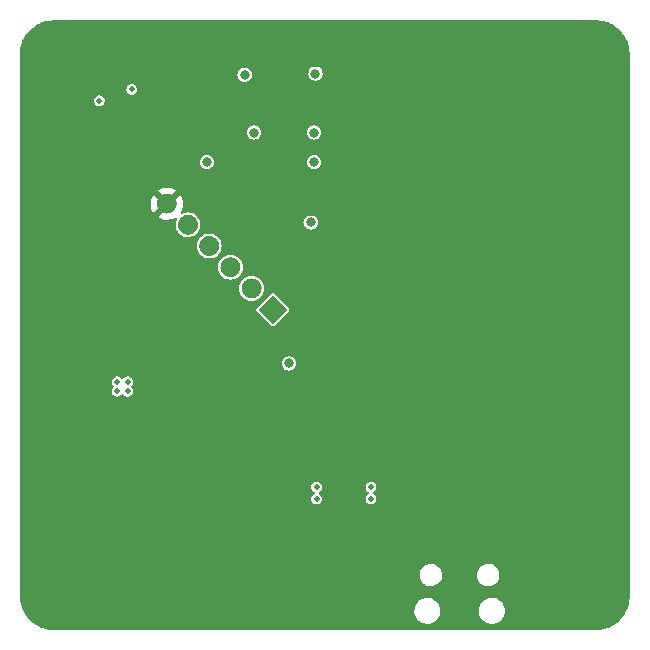
<source format=gbr>
G04 #@! TF.GenerationSoftware,KiCad,Pcbnew,(6.0.9)*
G04 #@! TF.CreationDate,2024-07-14T21:11:06-07:00*
G04 #@! TF.ProjectId,AccArray_PICO,41636341-7272-4617-995f-5049434f2e6b,rev?*
G04 #@! TF.SameCoordinates,Original*
G04 #@! TF.FileFunction,Copper,L2,Inr*
G04 #@! TF.FilePolarity,Positive*
%FSLAX46Y46*%
G04 Gerber Fmt 4.6, Leading zero omitted, Abs format (unit mm)*
G04 Created by KiCad (PCBNEW (6.0.9)) date 2024-07-14 21:11:06*
%MOMM*%
%LPD*%
G01*
G04 APERTURE LIST*
G04 #@! TA.AperFunction,ViaPad*
%ADD10C,0.503200*%
G04 #@! TD*
G04 #@! TA.AperFunction,ViaPad*
%ADD11C,0.800000*%
G04 #@! TD*
G04 APERTURE END LIST*
G04 #@! TO.N,GND*
G04 #@! TO.C,J2*
G04 #@! TA.AperFunction,ComponentPad*
G36*
G01*
X139212887Y-82110805D02*
X139212887Y-82110805D01*
G75*
G02*
X139212887Y-83312887I-601041J-601041D01*
G01*
X139212887Y-83312887D01*
G75*
G02*
X138010805Y-83312887I-601041J601041D01*
G01*
X138010805Y-83312887D01*
G75*
G02*
X138010805Y-82110805I601041J601041D01*
G01*
X138010805Y-82110805D01*
G75*
G02*
X139212887Y-82110805I601041J-601041D01*
G01*
G37*
G04 #@! TD.AperFunction*
G04 #@! TO.N,FPGA_SI*
G04 #@! TA.AperFunction,ComponentPad*
G36*
G01*
X141008938Y-83906856D02*
X141008938Y-83906856D01*
G75*
G02*
X141008938Y-85108938I-601041J-601041D01*
G01*
X141008938Y-85108938D01*
G75*
G02*
X139806856Y-85108938I-601041J601041D01*
G01*
X139806856Y-85108938D01*
G75*
G02*
X139806856Y-83906856I601041J601041D01*
G01*
X139806856Y-83906856D01*
G75*
G02*
X141008938Y-83906856I601041J-601041D01*
G01*
G37*
G04 #@! TD.AperFunction*
G04 #@! TO.N,FPGA_CS*
G04 #@! TA.AperFunction,ComponentPad*
G36*
G01*
X142804989Y-85702907D02*
X142804989Y-85702907D01*
G75*
G02*
X142804989Y-86904989I-601041J-601041D01*
G01*
X142804989Y-86904989D01*
G75*
G02*
X141602907Y-86904989I-601041J601041D01*
G01*
X141602907Y-86904989D01*
G75*
G02*
X141602907Y-85702907I601041J601041D01*
G01*
X141602907Y-85702907D01*
G75*
G02*
X142804989Y-85702907I601041J-601041D01*
G01*
G37*
G04 #@! TD.AperFunction*
G04 #@! TO.N,FPGA_SCK*
G04 #@! TA.AperFunction,ComponentPad*
G36*
G01*
X144601041Y-87498959D02*
X144601041Y-87498959D01*
G75*
G02*
X144601041Y-88701041I-601041J-601041D01*
G01*
X144601041Y-88701041D01*
G75*
G02*
X143398959Y-88701041I-601041J601041D01*
G01*
X143398959Y-88701041D01*
G75*
G02*
X143398959Y-87498959I601041J601041D01*
G01*
X143398959Y-87498959D01*
G75*
G02*
X144601041Y-87498959I601041J-601041D01*
G01*
G37*
G04 #@! TD.AperFunction*
G04 #@! TO.N,FPGA_SO*
G04 #@! TA.AperFunction,ComponentPad*
G36*
G01*
X146397092Y-89295010D02*
X146397092Y-89295010D01*
G75*
G02*
X146397092Y-90497092I-601041J-601041D01*
G01*
X146397092Y-90497092D01*
G75*
G02*
X145195010Y-90497092I-601041J601041D01*
G01*
X145195010Y-90497092D01*
G75*
G02*
X145195010Y-89295010I601041J601041D01*
G01*
X145195010Y-89295010D01*
G75*
G02*
X146397092Y-89295010I601041J-601041D01*
G01*
G37*
G04 #@! TD.AperFunction*
G04 #@! TA.AperFunction,ComponentPad*
G04 #@! TO.N,FSYNC*
G36*
X147592102Y-90490020D02*
G01*
X148794184Y-91692102D01*
X147592102Y-92894184D01*
X146390020Y-91692102D01*
X147592102Y-90490020D01*
G37*
G04 #@! TD.AperFunction*
G04 #@! TD*
D10*
G04 #@! TO.N,GND*
X134700000Y-73000000D03*
G04 #@! TO.N,+3V3*
X155900000Y-107700000D03*
X155900000Y-106700000D03*
X151300000Y-107700000D03*
X151300000Y-106700000D03*
X135300000Y-97800000D03*
X135300000Y-98600000D03*
X134400000Y-98600000D03*
X134400000Y-97800000D03*
G04 #@! TO.N,GND*
X175500000Y-112800000D03*
X175500000Y-111800000D03*
X170900000Y-112800000D03*
X170900000Y-111800000D03*
X171000000Y-100100000D03*
X171000000Y-99100000D03*
X175400000Y-100100000D03*
X175400000Y-99100000D03*
X171000000Y-87500000D03*
X171000000Y-86500000D03*
X175300000Y-87500000D03*
X175300000Y-86500000D03*
X171000000Y-74800000D03*
X171000000Y-73800000D03*
X175400000Y-74700000D03*
X175400000Y-73700000D03*
X155800000Y-74800000D03*
X155800000Y-73800000D03*
X151300000Y-74700000D03*
X151300000Y-73700000D03*
X151300000Y-87400000D03*
X151300000Y-86400000D03*
X155900000Y-87400000D03*
X155900000Y-86400000D03*
X155800000Y-100100000D03*
X155800000Y-99100000D03*
X151300000Y-100100000D03*
X151300000Y-99100000D03*
X151300000Y-112700000D03*
X151300000Y-111700000D03*
X156000000Y-112700000D03*
X156000000Y-111700000D03*
X134700000Y-96800000D03*
X131900000Y-96800000D03*
X131900000Y-94200000D03*
X131900000Y-93100000D03*
X131900000Y-92100000D03*
X131900000Y-91100000D03*
X131900000Y-90000000D03*
X131900000Y-88800000D03*
X134500000Y-88800000D03*
X133000000Y-78800000D03*
X133000000Y-77800000D03*
X134700000Y-75200000D03*
X133000000Y-72100000D03*
X134100000Y-71100000D03*
G04 #@! TO.N,+3V3*
X132900000Y-74000000D03*
X135650000Y-73050000D03*
D11*
G04 #@! TO.N,IMU_CS*
X148950000Y-96250000D03*
X150790000Y-84310000D03*
G04 #@! TO.N,FPGA_SI*
X151100000Y-79200000D03*
X142000000Y-79200000D03*
G04 #@! TO.N,FPGA_CS*
X151200000Y-71700000D03*
X145200000Y-71800000D03*
G04 #@! TO.N,FPGA_SCK*
X151100000Y-76700000D03*
X146000000Y-76700000D03*
G04 #@! TD*
G04 #@! TA.AperFunction,Conductor*
G04 #@! TO.N,GND*
G36*
X174980242Y-67202466D02*
G01*
X174985811Y-67202476D01*
X174999641Y-67205656D01*
X175013481Y-67202524D01*
X175027670Y-67202549D01*
X175027669Y-67203161D01*
X175035608Y-67202500D01*
X175185047Y-67210892D01*
X175306384Y-67217706D01*
X175320416Y-67219287D01*
X175615972Y-67269504D01*
X175629743Y-67272647D01*
X175917820Y-67355641D01*
X175931151Y-67360306D01*
X176208125Y-67475032D01*
X176220848Y-67481159D01*
X176332841Y-67543056D01*
X176483228Y-67626172D01*
X176495192Y-67633689D01*
X176739691Y-67807170D01*
X176750738Y-67815980D01*
X176974269Y-68015740D01*
X176984260Y-68025731D01*
X177184020Y-68249262D01*
X177192830Y-68260309D01*
X177366311Y-68504808D01*
X177373828Y-68516772D01*
X177518839Y-68779148D01*
X177524970Y-68791879D01*
X177639692Y-69068843D01*
X177644359Y-69082180D01*
X177727353Y-69370257D01*
X177730496Y-69384028D01*
X177778235Y-69664998D01*
X177780712Y-69679579D01*
X177782294Y-69693620D01*
X177797469Y-69963825D01*
X177796803Y-69971621D01*
X177797549Y-69971622D01*
X177797524Y-69985813D01*
X177794344Y-69999641D01*
X177797475Y-70013480D01*
X177797467Y-70018311D01*
X177799500Y-70036504D01*
X177799500Y-115962920D01*
X177797534Y-115980242D01*
X177797524Y-115985811D01*
X177794344Y-115999641D01*
X177797476Y-116013481D01*
X177797451Y-116027670D01*
X177796839Y-116027669D01*
X177797500Y-116035608D01*
X177791511Y-116142261D01*
X177784146Y-116273409D01*
X177782294Y-116306380D01*
X177780713Y-116320416D01*
X177741111Y-116553498D01*
X177730497Y-116615968D01*
X177727353Y-116629743D01*
X177644359Y-116917820D01*
X177639694Y-116931151D01*
X177592854Y-117044233D01*
X177524970Y-117208121D01*
X177518839Y-117220852D01*
X177373828Y-117483228D01*
X177366311Y-117495192D01*
X177192830Y-117739691D01*
X177184020Y-117750738D01*
X176984260Y-117974269D01*
X176974269Y-117984260D01*
X176750738Y-118184020D01*
X176739691Y-118192830D01*
X176495192Y-118366311D01*
X176483228Y-118373828D01*
X176468987Y-118381699D01*
X176220848Y-118518841D01*
X176208125Y-118524968D01*
X175931151Y-118639694D01*
X175917820Y-118644359D01*
X175629743Y-118727353D01*
X175615972Y-118730496D01*
X175320416Y-118780713D01*
X175306384Y-118782294D01*
X175036172Y-118797469D01*
X175028379Y-118796803D01*
X175028378Y-118797549D01*
X175014187Y-118797524D01*
X175000359Y-118794344D01*
X174986520Y-118797475D01*
X174981689Y-118797467D01*
X174963496Y-118799500D01*
X129037080Y-118799500D01*
X129019758Y-118797534D01*
X129014189Y-118797524D01*
X129000359Y-118794344D01*
X128986519Y-118797476D01*
X128972330Y-118797451D01*
X128972331Y-118796839D01*
X128964392Y-118797500D01*
X128814953Y-118789108D01*
X128693616Y-118782294D01*
X128679584Y-118780713D01*
X128384028Y-118730496D01*
X128370257Y-118727353D01*
X128082180Y-118644359D01*
X128068849Y-118639694D01*
X127791875Y-118524968D01*
X127779152Y-118518841D01*
X127531013Y-118381699D01*
X127516772Y-118373828D01*
X127504808Y-118366311D01*
X127260309Y-118192830D01*
X127249262Y-118184020D01*
X127025731Y-117984260D01*
X127015740Y-117974269D01*
X126815980Y-117750738D01*
X126807170Y-117739691D01*
X126633689Y-117495192D01*
X126626172Y-117483228D01*
X126481161Y-117220852D01*
X126475030Y-117208121D01*
X126449297Y-117145996D01*
X159570814Y-117145996D01*
X159580523Y-117355767D01*
X159581927Y-117361592D01*
X159581927Y-117361593D01*
X159606084Y-117461826D01*
X159629724Y-117559918D01*
X159632206Y-117565376D01*
X159632207Y-117565380D01*
X159675320Y-117660201D01*
X159716640Y-117751081D01*
X159838137Y-117922360D01*
X159989831Y-118067575D01*
X159994866Y-118070826D01*
X160161209Y-118178233D01*
X160161212Y-118178234D01*
X160166246Y-118181485D01*
X160171809Y-118183727D01*
X160355455Y-118257739D01*
X160355458Y-118257740D01*
X160361019Y-118259981D01*
X160366900Y-118261129D01*
X160366905Y-118261131D01*
X160562676Y-118299362D01*
X160562679Y-118299362D01*
X160567122Y-118300230D01*
X160572643Y-118300500D01*
X160727469Y-118300500D01*
X160884046Y-118285561D01*
X160889802Y-118283872D01*
X160889804Y-118283872D01*
X160978883Y-118257739D01*
X161085549Y-118226447D01*
X161244676Y-118144491D01*
X161266908Y-118133041D01*
X161266911Y-118133039D01*
X161272239Y-118130295D01*
X161347947Y-118070826D01*
X161432662Y-118004282D01*
X161432667Y-118004278D01*
X161437379Y-118000576D01*
X161441311Y-117996045D01*
X161571079Y-117846502D01*
X161571083Y-117846497D01*
X161575010Y-117841971D01*
X161680166Y-117660201D01*
X161717575Y-117552473D01*
X161747086Y-117467491D01*
X161747086Y-117467489D01*
X161749053Y-117461826D01*
X161764431Y-117355767D01*
X161778325Y-117259944D01*
X161778325Y-117259941D01*
X161779186Y-117254004D01*
X161774187Y-117145996D01*
X165020814Y-117145996D01*
X165030523Y-117355767D01*
X165031927Y-117361592D01*
X165031927Y-117361593D01*
X165056084Y-117461826D01*
X165079724Y-117559918D01*
X165082206Y-117565376D01*
X165082207Y-117565380D01*
X165125320Y-117660201D01*
X165166640Y-117751081D01*
X165288137Y-117922360D01*
X165439831Y-118067575D01*
X165444866Y-118070826D01*
X165611209Y-118178233D01*
X165611212Y-118178234D01*
X165616246Y-118181485D01*
X165621809Y-118183727D01*
X165805455Y-118257739D01*
X165805458Y-118257740D01*
X165811019Y-118259981D01*
X165816900Y-118261129D01*
X165816905Y-118261131D01*
X166012676Y-118299362D01*
X166012679Y-118299362D01*
X166017122Y-118300230D01*
X166022643Y-118300500D01*
X166177469Y-118300500D01*
X166334046Y-118285561D01*
X166339802Y-118283872D01*
X166339804Y-118283872D01*
X166428883Y-118257739D01*
X166535549Y-118226447D01*
X166694676Y-118144491D01*
X166716908Y-118133041D01*
X166716911Y-118133039D01*
X166722239Y-118130295D01*
X166797947Y-118070826D01*
X166882662Y-118004282D01*
X166882667Y-118004278D01*
X166887379Y-118000576D01*
X166891311Y-117996045D01*
X167021079Y-117846502D01*
X167021083Y-117846497D01*
X167025010Y-117841971D01*
X167130166Y-117660201D01*
X167167575Y-117552473D01*
X167197086Y-117467491D01*
X167197086Y-117467489D01*
X167199053Y-117461826D01*
X167214431Y-117355767D01*
X167228325Y-117259944D01*
X167228325Y-117259941D01*
X167229186Y-117254004D01*
X167219477Y-117044233D01*
X167170276Y-116840082D01*
X167127258Y-116745467D01*
X167114892Y-116718270D01*
X167083360Y-116648919D01*
X166961863Y-116477640D01*
X166810169Y-116332425D01*
X166713033Y-116269705D01*
X166638791Y-116221767D01*
X166638788Y-116221766D01*
X166633754Y-116218515D01*
X166628191Y-116216273D01*
X166444545Y-116142261D01*
X166444542Y-116142260D01*
X166438981Y-116140019D01*
X166433100Y-116138871D01*
X166433095Y-116138869D01*
X166237324Y-116100638D01*
X166237321Y-116100638D01*
X166232878Y-116099770D01*
X166227357Y-116099500D01*
X166072531Y-116099500D01*
X165915954Y-116114439D01*
X165910198Y-116116128D01*
X165910196Y-116116128D01*
X165832679Y-116138869D01*
X165714451Y-116173553D01*
X165631505Y-116216273D01*
X165533092Y-116266959D01*
X165533089Y-116266961D01*
X165527761Y-116269705D01*
X165523046Y-116273409D01*
X165367338Y-116395718D01*
X165367333Y-116395722D01*
X165362621Y-116399424D01*
X165358690Y-116403954D01*
X165358689Y-116403955D01*
X165228921Y-116553498D01*
X165228917Y-116553503D01*
X165224990Y-116558029D01*
X165119834Y-116739799D01*
X165117866Y-116745467D01*
X165053384Y-116931157D01*
X165050947Y-116938174D01*
X165050086Y-116944109D01*
X165050086Y-116944111D01*
X165034701Y-117050223D01*
X165020814Y-117145996D01*
X161774187Y-117145996D01*
X161769477Y-117044233D01*
X161720276Y-116840082D01*
X161677258Y-116745467D01*
X161664892Y-116718270D01*
X161633360Y-116648919D01*
X161511863Y-116477640D01*
X161360169Y-116332425D01*
X161263033Y-116269705D01*
X161188791Y-116221767D01*
X161188788Y-116221766D01*
X161183754Y-116218515D01*
X161178191Y-116216273D01*
X160994545Y-116142261D01*
X160994542Y-116142260D01*
X160988981Y-116140019D01*
X160983100Y-116138871D01*
X160983095Y-116138869D01*
X160787324Y-116100638D01*
X160787321Y-116100638D01*
X160782878Y-116099770D01*
X160777357Y-116099500D01*
X160622531Y-116099500D01*
X160465954Y-116114439D01*
X160460198Y-116116128D01*
X160460196Y-116116128D01*
X160382679Y-116138869D01*
X160264451Y-116173553D01*
X160181505Y-116216273D01*
X160083092Y-116266959D01*
X160083089Y-116266961D01*
X160077761Y-116269705D01*
X160073046Y-116273409D01*
X159917338Y-116395718D01*
X159917333Y-116395722D01*
X159912621Y-116399424D01*
X159908690Y-116403954D01*
X159908689Y-116403955D01*
X159778921Y-116553498D01*
X159778917Y-116553503D01*
X159774990Y-116558029D01*
X159669834Y-116739799D01*
X159667866Y-116745467D01*
X159603384Y-116931157D01*
X159600947Y-116938174D01*
X159600086Y-116944109D01*
X159600086Y-116944111D01*
X159584701Y-117050223D01*
X159570814Y-117145996D01*
X126449297Y-117145996D01*
X126407146Y-117044233D01*
X126360306Y-116931151D01*
X126355641Y-116917820D01*
X126272647Y-116629743D01*
X126269503Y-116615968D01*
X126258889Y-116553498D01*
X126219287Y-116320416D01*
X126217706Y-116306380D01*
X126215855Y-116273409D01*
X126210152Y-116171867D01*
X126202548Y-116036456D01*
X126204382Y-116014897D01*
X126203227Y-116014764D01*
X126204043Y-116007674D01*
X126205655Y-116000718D01*
X126205656Y-116000000D01*
X126203654Y-115991225D01*
X126200500Y-115963210D01*
X126200500Y-114216671D01*
X160020739Y-114216671D01*
X160049614Y-114407599D01*
X160051820Y-114413594D01*
X160051820Y-114413595D01*
X160114086Y-114582832D01*
X160114088Y-114582836D01*
X160116290Y-114588821D01*
X160218045Y-114752934D01*
X160350721Y-114893235D01*
X160355951Y-114896897D01*
X160355952Y-114896898D01*
X160438257Y-114954528D01*
X160508898Y-115003991D01*
X160686115Y-115080680D01*
X160692363Y-115081985D01*
X160692362Y-115081985D01*
X160870388Y-115119177D01*
X160870392Y-115119177D01*
X160875133Y-115120168D01*
X160881468Y-115120500D01*
X161023259Y-115120500D01*
X161093649Y-115113350D01*
X161160761Y-115106533D01*
X161160762Y-115106533D01*
X161167110Y-115105888D01*
X161351373Y-115048144D01*
X161520261Y-114954528D01*
X161666875Y-114828864D01*
X161670787Y-114823821D01*
X161781311Y-114681335D01*
X161781313Y-114681332D01*
X161785227Y-114676286D01*
X161870481Y-114503026D01*
X161872088Y-114496856D01*
X161872090Y-114496851D01*
X161917545Y-114322345D01*
X161917545Y-114322342D01*
X161919155Y-114316163D01*
X161924369Y-114216671D01*
X164870739Y-114216671D01*
X164899614Y-114407599D01*
X164901820Y-114413594D01*
X164901820Y-114413595D01*
X164964086Y-114582832D01*
X164964088Y-114582836D01*
X164966290Y-114588821D01*
X165068045Y-114752934D01*
X165200721Y-114893235D01*
X165205951Y-114896897D01*
X165205952Y-114896898D01*
X165288257Y-114954528D01*
X165358898Y-115003991D01*
X165536115Y-115080680D01*
X165542363Y-115081985D01*
X165542362Y-115081985D01*
X165720388Y-115119177D01*
X165720392Y-115119177D01*
X165725133Y-115120168D01*
X165731468Y-115120500D01*
X165873259Y-115120500D01*
X165943649Y-115113350D01*
X166010761Y-115106533D01*
X166010762Y-115106533D01*
X166017110Y-115105888D01*
X166201373Y-115048144D01*
X166370261Y-114954528D01*
X166516875Y-114828864D01*
X166520787Y-114823821D01*
X166631311Y-114681335D01*
X166631313Y-114681332D01*
X166635227Y-114676286D01*
X166720481Y-114503026D01*
X166722088Y-114496856D01*
X166722090Y-114496851D01*
X166767545Y-114322345D01*
X166767545Y-114322342D01*
X166769155Y-114316163D01*
X166779261Y-114123329D01*
X166750386Y-113932401D01*
X166713170Y-113831250D01*
X166685914Y-113757168D01*
X166685912Y-113757164D01*
X166683710Y-113751179D01*
X166581955Y-113587066D01*
X166449279Y-113446765D01*
X166367672Y-113389623D01*
X166296335Y-113339673D01*
X166296334Y-113339672D01*
X166291102Y-113336009D01*
X166113885Y-113259320D01*
X166072853Y-113250748D01*
X165929612Y-113220823D01*
X165929608Y-113220823D01*
X165924867Y-113219832D01*
X165918532Y-113219500D01*
X165776741Y-113219500D01*
X165706351Y-113226650D01*
X165639239Y-113233467D01*
X165639238Y-113233467D01*
X165632890Y-113234112D01*
X165448627Y-113291856D01*
X165279739Y-113385472D01*
X165133125Y-113511136D01*
X165129214Y-113516178D01*
X165129213Y-113516179D01*
X165070019Y-113592492D01*
X165014773Y-113663714D01*
X164929519Y-113836974D01*
X164927912Y-113843144D01*
X164927910Y-113843149D01*
X164882455Y-114017655D01*
X164880845Y-114023837D01*
X164870739Y-114216671D01*
X161924369Y-114216671D01*
X161929261Y-114123329D01*
X161900386Y-113932401D01*
X161863170Y-113831250D01*
X161835914Y-113757168D01*
X161835912Y-113757164D01*
X161833710Y-113751179D01*
X161731955Y-113587066D01*
X161599279Y-113446765D01*
X161517672Y-113389623D01*
X161446335Y-113339673D01*
X161446334Y-113339672D01*
X161441102Y-113336009D01*
X161263885Y-113259320D01*
X161222853Y-113250748D01*
X161079612Y-113220823D01*
X161079608Y-113220823D01*
X161074867Y-113219832D01*
X161068532Y-113219500D01*
X160926741Y-113219500D01*
X160856351Y-113226650D01*
X160789239Y-113233467D01*
X160789238Y-113233467D01*
X160782890Y-113234112D01*
X160598627Y-113291856D01*
X160429739Y-113385472D01*
X160283125Y-113511136D01*
X160279214Y-113516178D01*
X160279213Y-113516179D01*
X160220019Y-113592492D01*
X160164773Y-113663714D01*
X160079519Y-113836974D01*
X160077912Y-113843144D01*
X160077910Y-113843149D01*
X160032455Y-114017655D01*
X160030845Y-114023837D01*
X160020739Y-114216671D01*
X126200500Y-114216671D01*
X126200500Y-107694420D01*
X150843285Y-107694420D01*
X150844449Y-107703322D01*
X150844449Y-107703325D01*
X150846100Y-107715951D01*
X150860076Y-107822829D01*
X150912233Y-107941364D01*
X150995562Y-108040495D01*
X151103364Y-108112255D01*
X151111928Y-108114931D01*
X151111931Y-108114932D01*
X151193974Y-108140564D01*
X151226974Y-108150874D01*
X151356455Y-108153247D01*
X151409077Y-108138901D01*
X151472738Y-108121545D01*
X151472740Y-108121544D01*
X151481397Y-108119184D01*
X151591757Y-108051422D01*
X151678662Y-107955411D01*
X151689450Y-107933146D01*
X151731212Y-107846948D01*
X151731212Y-107846947D01*
X151735127Y-107838867D01*
X151756613Y-107711159D01*
X151756749Y-107700000D01*
X151755950Y-107694420D01*
X155443285Y-107694420D01*
X155444449Y-107703322D01*
X155444449Y-107703325D01*
X155446100Y-107715951D01*
X155460076Y-107822829D01*
X155512233Y-107941364D01*
X155595562Y-108040495D01*
X155703364Y-108112255D01*
X155711928Y-108114931D01*
X155711931Y-108114932D01*
X155793974Y-108140564D01*
X155826974Y-108150874D01*
X155956455Y-108153247D01*
X156009077Y-108138901D01*
X156072738Y-108121545D01*
X156072740Y-108121544D01*
X156081397Y-108119184D01*
X156191757Y-108051422D01*
X156278662Y-107955411D01*
X156289450Y-107933146D01*
X156331212Y-107846948D01*
X156331212Y-107846947D01*
X156335127Y-107838867D01*
X156356613Y-107711159D01*
X156356749Y-107700000D01*
X156338390Y-107571806D01*
X156284789Y-107453917D01*
X156267837Y-107434243D01*
X156206115Y-107362611D01*
X156206112Y-107362608D01*
X156200255Y-107355811D01*
X156122534Y-107305435D01*
X156076250Y-107251600D01*
X156066419Y-107181287D01*
X156096163Y-107116821D01*
X156125136Y-107092329D01*
X156184106Y-107056120D01*
X156184107Y-107056119D01*
X156191757Y-107051422D01*
X156278662Y-106955411D01*
X156289450Y-106933146D01*
X156331212Y-106846948D01*
X156331212Y-106846947D01*
X156335127Y-106838867D01*
X156356613Y-106711159D01*
X156356749Y-106700000D01*
X156338390Y-106571806D01*
X156284789Y-106453917D01*
X156267837Y-106434243D01*
X156206115Y-106362611D01*
X156206112Y-106362608D01*
X156200255Y-106355811D01*
X156091584Y-106285374D01*
X156075611Y-106280597D01*
X155976113Y-106250840D01*
X155976111Y-106250840D01*
X155967512Y-106248268D01*
X155958537Y-106248213D01*
X155958536Y-106248213D01*
X155902762Y-106247873D01*
X155838012Y-106247477D01*
X155829380Y-106249944D01*
X155722126Y-106280597D01*
X155722124Y-106280598D01*
X155713495Y-106283064D01*
X155705908Y-106287851D01*
X155705906Y-106287852D01*
X155611565Y-106347377D01*
X155603972Y-106352168D01*
X155518246Y-106449234D01*
X155463209Y-106566460D01*
X155443285Y-106694420D01*
X155444449Y-106703322D01*
X155444449Y-106703325D01*
X155446100Y-106715951D01*
X155460076Y-106822829D01*
X155512233Y-106941364D01*
X155595562Y-107040495D01*
X155678209Y-107095510D01*
X155723831Y-107149906D01*
X155732802Y-107220334D01*
X155702272Y-107284431D01*
X155675625Y-107306957D01*
X155611569Y-107347373D01*
X155611562Y-107347379D01*
X155603972Y-107352168D01*
X155518246Y-107449234D01*
X155463209Y-107566460D01*
X155443285Y-107694420D01*
X151755950Y-107694420D01*
X151738390Y-107571806D01*
X151684789Y-107453917D01*
X151667837Y-107434243D01*
X151606115Y-107362611D01*
X151606112Y-107362608D01*
X151600255Y-107355811D01*
X151522534Y-107305435D01*
X151476250Y-107251600D01*
X151466419Y-107181287D01*
X151496163Y-107116821D01*
X151525136Y-107092329D01*
X151584106Y-107056120D01*
X151584107Y-107056119D01*
X151591757Y-107051422D01*
X151678662Y-106955411D01*
X151689450Y-106933146D01*
X151731212Y-106846948D01*
X151731212Y-106846947D01*
X151735127Y-106838867D01*
X151756613Y-106711159D01*
X151756749Y-106700000D01*
X151738390Y-106571806D01*
X151684789Y-106453917D01*
X151667837Y-106434243D01*
X151606115Y-106362611D01*
X151606112Y-106362608D01*
X151600255Y-106355811D01*
X151491584Y-106285374D01*
X151475611Y-106280597D01*
X151376113Y-106250840D01*
X151376111Y-106250840D01*
X151367512Y-106248268D01*
X151358537Y-106248213D01*
X151358536Y-106248213D01*
X151302762Y-106247873D01*
X151238012Y-106247477D01*
X151229380Y-106249944D01*
X151122126Y-106280597D01*
X151122124Y-106280598D01*
X151113495Y-106283064D01*
X151105908Y-106287851D01*
X151105906Y-106287852D01*
X151011565Y-106347377D01*
X151003972Y-106352168D01*
X150918246Y-106449234D01*
X150863209Y-106566460D01*
X150843285Y-106694420D01*
X150844449Y-106703322D01*
X150844449Y-106703325D01*
X150846100Y-106715951D01*
X150860076Y-106822829D01*
X150912233Y-106941364D01*
X150995562Y-107040495D01*
X151078209Y-107095510D01*
X151123831Y-107149906D01*
X151132802Y-107220334D01*
X151102272Y-107284431D01*
X151075625Y-107306957D01*
X151011569Y-107347373D01*
X151011562Y-107347379D01*
X151003972Y-107352168D01*
X150918246Y-107449234D01*
X150863209Y-107566460D01*
X150843285Y-107694420D01*
X126200500Y-107694420D01*
X126200500Y-98594420D01*
X133943285Y-98594420D01*
X133944449Y-98603322D01*
X133944449Y-98603325D01*
X133946100Y-98615951D01*
X133960076Y-98722829D01*
X134012233Y-98841364D01*
X134095562Y-98940495D01*
X134203364Y-99012255D01*
X134211928Y-99014931D01*
X134211931Y-99014932D01*
X134293974Y-99040564D01*
X134326974Y-99050874D01*
X134456455Y-99053247D01*
X134509077Y-99038901D01*
X134572738Y-99021545D01*
X134572740Y-99021544D01*
X134581397Y-99019184D01*
X134691757Y-98951422D01*
X134757112Y-98879219D01*
X134817655Y-98842137D01*
X134888635Y-98843675D01*
X134946977Y-98882698D01*
X134989783Y-98933621D01*
X134989786Y-98933624D01*
X134995562Y-98940495D01*
X135103364Y-99012255D01*
X135111928Y-99014931D01*
X135111931Y-99014932D01*
X135193974Y-99040564D01*
X135226974Y-99050874D01*
X135356455Y-99053247D01*
X135409077Y-99038901D01*
X135472738Y-99021545D01*
X135472740Y-99021544D01*
X135481397Y-99019184D01*
X135591757Y-98951422D01*
X135678662Y-98855411D01*
X135685094Y-98842137D01*
X135731212Y-98746948D01*
X135731212Y-98746947D01*
X135735127Y-98738867D01*
X135756613Y-98611159D01*
X135756749Y-98600000D01*
X135738390Y-98471806D01*
X135684789Y-98353917D01*
X135667530Y-98333887D01*
X135622669Y-98281823D01*
X135593355Y-98217160D01*
X135603654Y-98146915D01*
X135624705Y-98115022D01*
X135678662Y-98055411D01*
X135689450Y-98033146D01*
X135731212Y-97946948D01*
X135731212Y-97946947D01*
X135735127Y-97938867D01*
X135756613Y-97811159D01*
X135756749Y-97800000D01*
X135738390Y-97671806D01*
X135684789Y-97553917D01*
X135654370Y-97518614D01*
X135606115Y-97462611D01*
X135606112Y-97462608D01*
X135600255Y-97455811D01*
X135491584Y-97385374D01*
X135475611Y-97380597D01*
X135376113Y-97350840D01*
X135376111Y-97350840D01*
X135367512Y-97348268D01*
X135358537Y-97348213D01*
X135358536Y-97348213D01*
X135302762Y-97347872D01*
X135238012Y-97347477D01*
X135229380Y-97349944D01*
X135122126Y-97380597D01*
X135122124Y-97380598D01*
X135113495Y-97383064D01*
X135105908Y-97387851D01*
X135105906Y-97387852D01*
X135011565Y-97447377D01*
X135003972Y-97452168D01*
X134959719Y-97502275D01*
X134944264Y-97519774D01*
X134884178Y-97557592D01*
X134813185Y-97556921D01*
X134754370Y-97518614D01*
X134706115Y-97462611D01*
X134706112Y-97462608D01*
X134700255Y-97455811D01*
X134591584Y-97385374D01*
X134575611Y-97380597D01*
X134476113Y-97350840D01*
X134476111Y-97350840D01*
X134467512Y-97348268D01*
X134458537Y-97348213D01*
X134458536Y-97348213D01*
X134402762Y-97347872D01*
X134338012Y-97347477D01*
X134329380Y-97349944D01*
X134222126Y-97380597D01*
X134222124Y-97380598D01*
X134213495Y-97383064D01*
X134205908Y-97387851D01*
X134205906Y-97387852D01*
X134111565Y-97447377D01*
X134103972Y-97452168D01*
X134018246Y-97549234D01*
X133963209Y-97666460D01*
X133943285Y-97794420D01*
X133944449Y-97803322D01*
X133944449Y-97803325D01*
X133946100Y-97815951D01*
X133960076Y-97922829D01*
X134012233Y-98041364D01*
X134018008Y-98048234D01*
X134018011Y-98048239D01*
X134077898Y-98119482D01*
X134106420Y-98184497D01*
X134095264Y-98254612D01*
X134075889Y-98283965D01*
X134018246Y-98349234D01*
X133963209Y-98466460D01*
X133943285Y-98594420D01*
X126200500Y-98594420D01*
X126200500Y-96250000D01*
X148344318Y-96250000D01*
X148364956Y-96406762D01*
X148425464Y-96552841D01*
X148521718Y-96678282D01*
X148647159Y-96774536D01*
X148793238Y-96835044D01*
X148950000Y-96855682D01*
X148958188Y-96854604D01*
X149098574Y-96836122D01*
X149106762Y-96835044D01*
X149252841Y-96774536D01*
X149378282Y-96678282D01*
X149474536Y-96552841D01*
X149535044Y-96406762D01*
X149555682Y-96250000D01*
X149535044Y-96093238D01*
X149474536Y-95947159D01*
X149378282Y-95821718D01*
X149252841Y-95725464D01*
X149106762Y-95664956D01*
X148950000Y-95644318D01*
X148793238Y-95664956D01*
X148647159Y-95725464D01*
X148521718Y-95821718D01*
X148425464Y-95947159D01*
X148364956Y-96093238D01*
X148344318Y-96250000D01*
X126200500Y-96250000D01*
X126200500Y-91692102D01*
X146185593Y-91692102D01*
X146201154Y-91770333D01*
X146234282Y-91819913D01*
X147464291Y-93049922D01*
X147513871Y-93083050D01*
X147526040Y-93085471D01*
X147526041Y-93085471D01*
X147579931Y-93096190D01*
X147592102Y-93098611D01*
X147604273Y-93096190D01*
X147658163Y-93085471D01*
X147658164Y-93085471D01*
X147670333Y-93083050D01*
X147719913Y-93049922D01*
X148949922Y-91819913D01*
X148983050Y-91770333D01*
X148998611Y-91692102D01*
X148983050Y-91613871D01*
X148949922Y-91564291D01*
X147719913Y-90334282D01*
X147670333Y-90301154D01*
X147658164Y-90298733D01*
X147658163Y-90298733D01*
X147604273Y-90288014D01*
X147592102Y-90285593D01*
X147579931Y-90288014D01*
X147526041Y-90298733D01*
X147526040Y-90298733D01*
X147513871Y-90301154D01*
X147464291Y-90334282D01*
X146234282Y-91564291D01*
X146201154Y-91613871D01*
X146185593Y-91692102D01*
X126200500Y-91692102D01*
X126200500Y-89881313D01*
X144740571Y-89881313D01*
X144757810Y-90086604D01*
X144814595Y-90284637D01*
X144817410Y-90290114D01*
X144817411Y-90290117D01*
X144840109Y-90334282D01*
X144908763Y-90467869D01*
X145036728Y-90629321D01*
X145193615Y-90762842D01*
X145373449Y-90863348D01*
X145468289Y-90894164D01*
X145563522Y-90925107D01*
X145563526Y-90925108D01*
X145569380Y-90927010D01*
X145773945Y-90951402D01*
X145780080Y-90950930D01*
X145780082Y-90950930D01*
X145836090Y-90946620D01*
X145979351Y-90935597D01*
X145985281Y-90933941D01*
X145985283Y-90933941D01*
X146171848Y-90881851D01*
X146171847Y-90881851D01*
X146177776Y-90880196D01*
X146183265Y-90877423D01*
X146183271Y-90877421D01*
X146356167Y-90790084D01*
X146361661Y-90787309D01*
X146524002Y-90660475D01*
X146658615Y-90504523D01*
X146679438Y-90467869D01*
X146757327Y-90330758D01*
X146760374Y-90325395D01*
X146825402Y-90129914D01*
X146851222Y-89925525D01*
X146851634Y-89896051D01*
X146831531Y-89691021D01*
X146771986Y-89493800D01*
X146675269Y-89311900D01*
X146601910Y-89221953D01*
X146548957Y-89157026D01*
X146548954Y-89157023D01*
X146545062Y-89152251D01*
X146530275Y-89140018D01*
X146391076Y-89024862D01*
X146391072Y-89024860D01*
X146386326Y-89020933D01*
X146205106Y-88922948D01*
X146008305Y-88862028D01*
X146002180Y-88861384D01*
X146002179Y-88861384D01*
X145809549Y-88841138D01*
X145809547Y-88841138D01*
X145803420Y-88840494D01*
X145716580Y-88848397D01*
X145604393Y-88858606D01*
X145604390Y-88858607D01*
X145598254Y-88859165D01*
X145400623Y-88917331D01*
X145218053Y-89012777D01*
X145213252Y-89016637D01*
X145213249Y-89016639D01*
X145070157Y-89131688D01*
X145057498Y-89141866D01*
X144925075Y-89299681D01*
X144922107Y-89305079D01*
X144922104Y-89305084D01*
X144915366Y-89317341D01*
X144825827Y-89480213D01*
X144763535Y-89676583D01*
X144762849Y-89682700D01*
X144762848Y-89682704D01*
X144741258Y-89875188D01*
X144740571Y-89881313D01*
X126200500Y-89881313D01*
X126200500Y-88085262D01*
X142944520Y-88085262D01*
X142961759Y-88290553D01*
X143018544Y-88488586D01*
X143021359Y-88494063D01*
X143021360Y-88494066D01*
X143042247Y-88534707D01*
X143112712Y-88671818D01*
X143240677Y-88833270D01*
X143245370Y-88837264D01*
X143245371Y-88837265D01*
X143346049Y-88922948D01*
X143397564Y-88966791D01*
X143577398Y-89067297D01*
X143672238Y-89098113D01*
X143767471Y-89129056D01*
X143767475Y-89129057D01*
X143773329Y-89130959D01*
X143977894Y-89155351D01*
X143984029Y-89154879D01*
X143984031Y-89154879D01*
X144040039Y-89150569D01*
X144183300Y-89139546D01*
X144189230Y-89137890D01*
X144189232Y-89137890D01*
X144375797Y-89085800D01*
X144375796Y-89085800D01*
X144381725Y-89084145D01*
X144387214Y-89081372D01*
X144387220Y-89081370D01*
X144523010Y-89012777D01*
X144565610Y-88991258D01*
X144727951Y-88864424D01*
X144732491Y-88859165D01*
X144858540Y-88713134D01*
X144858540Y-88713133D01*
X144862564Y-88708472D01*
X144883387Y-88671818D01*
X144961276Y-88534707D01*
X144964323Y-88529344D01*
X145029351Y-88333863D01*
X145055171Y-88129474D01*
X145055583Y-88100000D01*
X145035480Y-87894970D01*
X144975935Y-87697749D01*
X144879218Y-87515849D01*
X144805859Y-87425902D01*
X144752906Y-87360975D01*
X144752903Y-87360972D01*
X144749011Y-87356200D01*
X144731786Y-87341950D01*
X144595025Y-87228811D01*
X144595021Y-87228809D01*
X144590275Y-87224882D01*
X144409055Y-87126897D01*
X144212254Y-87065977D01*
X144206129Y-87065333D01*
X144206128Y-87065333D01*
X144013498Y-87045087D01*
X144013496Y-87045087D01*
X144007369Y-87044443D01*
X143920529Y-87052346D01*
X143808342Y-87062555D01*
X143808339Y-87062556D01*
X143802203Y-87063114D01*
X143604572Y-87121280D01*
X143422002Y-87216726D01*
X143417201Y-87220586D01*
X143417198Y-87220588D01*
X143277381Y-87333004D01*
X143261447Y-87345815D01*
X143129024Y-87503630D01*
X143126056Y-87509028D01*
X143126053Y-87509033D01*
X143119315Y-87521290D01*
X143029776Y-87684162D01*
X142967484Y-87880532D01*
X142966798Y-87886649D01*
X142966797Y-87886653D01*
X142945207Y-88079137D01*
X142944520Y-88085262D01*
X126200500Y-88085262D01*
X126200500Y-86289210D01*
X141148468Y-86289210D01*
X141165707Y-86494501D01*
X141222492Y-86692534D01*
X141225307Y-86698011D01*
X141225308Y-86698014D01*
X141246195Y-86738655D01*
X141316660Y-86875766D01*
X141444625Y-87037218D01*
X141449318Y-87041212D01*
X141449319Y-87041213D01*
X141480558Y-87067799D01*
X141601512Y-87170739D01*
X141781346Y-87271245D01*
X141876186Y-87302061D01*
X141971419Y-87333004D01*
X141971423Y-87333005D01*
X141977277Y-87334907D01*
X142181842Y-87359299D01*
X142187977Y-87358827D01*
X142187979Y-87358827D01*
X142243987Y-87354517D01*
X142387248Y-87343494D01*
X142393178Y-87341838D01*
X142393180Y-87341838D01*
X142579745Y-87289748D01*
X142579744Y-87289748D01*
X142585673Y-87288093D01*
X142591162Y-87285320D01*
X142591168Y-87285318D01*
X142726956Y-87216726D01*
X142769558Y-87195206D01*
X142931899Y-87068372D01*
X142952072Y-87045002D01*
X143062488Y-86917082D01*
X143062488Y-86917081D01*
X143066512Y-86912420D01*
X143087335Y-86875766D01*
X143165224Y-86738655D01*
X143168271Y-86733292D01*
X143233299Y-86537811D01*
X143259119Y-86333422D01*
X143259531Y-86303948D01*
X143239428Y-86098918D01*
X143179883Y-85901697D01*
X143083166Y-85719797D01*
X143009807Y-85629850D01*
X142956854Y-85564923D01*
X142956851Y-85564920D01*
X142952959Y-85560148D01*
X142938172Y-85547915D01*
X142798973Y-85432759D01*
X142798969Y-85432757D01*
X142794223Y-85428830D01*
X142613003Y-85330845D01*
X142416202Y-85269925D01*
X142410077Y-85269281D01*
X142410076Y-85269281D01*
X142217446Y-85249035D01*
X142217444Y-85249035D01*
X142211317Y-85248391D01*
X142124477Y-85256294D01*
X142012290Y-85266503D01*
X142012287Y-85266504D01*
X142006151Y-85267062D01*
X141808520Y-85325228D01*
X141625950Y-85420674D01*
X141621149Y-85424534D01*
X141621146Y-85424536D01*
X141478054Y-85539585D01*
X141465395Y-85549763D01*
X141332972Y-85707578D01*
X141330004Y-85712976D01*
X141330001Y-85712981D01*
X141323263Y-85725238D01*
X141233724Y-85888110D01*
X141171432Y-86084480D01*
X141170746Y-86090597D01*
X141170745Y-86090601D01*
X141149155Y-86283085D01*
X141148468Y-86289210D01*
X126200500Y-86289210D01*
X126200500Y-83836699D01*
X137851823Y-83836699D01*
X137857104Y-83843753D01*
X138018602Y-83938125D01*
X138027888Y-83942575D01*
X138226847Y-84018549D01*
X138236745Y-84021425D01*
X138445441Y-84063884D01*
X138455669Y-84065103D01*
X138668496Y-84072908D01*
X138678782Y-84072441D01*
X138890031Y-84045380D01*
X138900108Y-84043238D01*
X139104101Y-83982037D01*
X139113693Y-83978277D01*
X139284916Y-83894396D01*
X139354890Y-83882389D01*
X139420247Y-83910119D01*
X139460237Y-83968782D01*
X139462163Y-84039752D01*
X139450763Y-84068247D01*
X139440642Y-84086657D01*
X139440639Y-84086663D01*
X139437673Y-84092059D01*
X139375381Y-84288429D01*
X139374695Y-84294546D01*
X139374694Y-84294550D01*
X139372961Y-84310000D01*
X139352417Y-84493159D01*
X139369656Y-84698450D01*
X139371355Y-84704375D01*
X139407237Y-84829509D01*
X139426441Y-84896483D01*
X139429256Y-84901960D01*
X139429257Y-84901963D01*
X139450144Y-84942604D01*
X139520609Y-85079715D01*
X139648574Y-85241167D01*
X139653267Y-85245161D01*
X139653268Y-85245162D01*
X139753946Y-85330845D01*
X139805461Y-85374688D01*
X139985295Y-85475194D01*
X140080135Y-85506010D01*
X140175368Y-85536953D01*
X140175372Y-85536954D01*
X140181226Y-85538856D01*
X140385791Y-85563248D01*
X140391926Y-85562776D01*
X140391928Y-85562776D01*
X140447936Y-85558466D01*
X140591197Y-85547443D01*
X140597127Y-85545787D01*
X140597129Y-85545787D01*
X140783694Y-85493697D01*
X140783693Y-85493697D01*
X140789622Y-85492042D01*
X140795111Y-85489269D01*
X140795117Y-85489267D01*
X140930907Y-85420674D01*
X140973507Y-85399155D01*
X141135848Y-85272321D01*
X141140388Y-85267062D01*
X141266437Y-85121031D01*
X141266437Y-85121030D01*
X141270461Y-85116369D01*
X141291284Y-85079715D01*
X141369173Y-84942604D01*
X141372220Y-84937241D01*
X141437248Y-84741760D01*
X141463068Y-84537371D01*
X141463480Y-84507897D01*
X141444076Y-84310000D01*
X150184318Y-84310000D01*
X150204956Y-84466762D01*
X150265464Y-84612841D01*
X150361718Y-84738282D01*
X150487159Y-84834536D01*
X150633238Y-84895044D01*
X150790000Y-84915682D01*
X150798188Y-84914604D01*
X150938574Y-84896122D01*
X150946762Y-84895044D01*
X151092841Y-84834536D01*
X151218282Y-84738282D01*
X151314536Y-84612841D01*
X151375044Y-84466762D01*
X151395682Y-84310000D01*
X151375044Y-84153238D01*
X151314536Y-84007159D01*
X151218282Y-83881718D01*
X151092841Y-83785464D01*
X150946762Y-83724956D01*
X150790000Y-83704318D01*
X150633238Y-83724956D01*
X150487159Y-83785464D01*
X150361718Y-83881718D01*
X150265464Y-84007159D01*
X150204956Y-84153238D01*
X150184318Y-84310000D01*
X141444076Y-84310000D01*
X141443377Y-84302867D01*
X141383832Y-84105646D01*
X141287115Y-83923746D01*
X141206024Y-83824319D01*
X141160803Y-83768872D01*
X141160800Y-83768869D01*
X141156908Y-83764097D01*
X141144355Y-83753712D01*
X141002922Y-83636708D01*
X141002918Y-83636706D01*
X140998172Y-83632779D01*
X140816952Y-83534794D01*
X140620151Y-83473874D01*
X140614026Y-83473230D01*
X140614025Y-83473230D01*
X140421395Y-83452984D01*
X140421393Y-83452984D01*
X140415266Y-83452340D01*
X140328426Y-83460243D01*
X140216239Y-83470452D01*
X140216236Y-83470453D01*
X140210100Y-83471011D01*
X140012469Y-83529177D01*
X140007008Y-83532032D01*
X139964492Y-83554259D01*
X139894856Y-83568093D01*
X139828796Y-83542083D01*
X139787284Y-83484487D01*
X139783501Y-83413591D01*
X139793160Y-83386770D01*
X139876516Y-83218113D01*
X139880315Y-83208518D01*
X139942222Y-83004761D01*
X139944401Y-82994680D01*
X139972436Y-82781733D01*
X139972955Y-82775058D01*
X139974418Y-82715210D01*
X139974224Y-82708492D01*
X139956627Y-82494450D01*
X139954942Y-82484270D01*
X139903060Y-82277721D01*
X139899740Y-82267970D01*
X139814818Y-82072660D01*
X139809951Y-82063585D01*
X139744909Y-81963043D01*
X139734223Y-81953841D01*
X139724658Y-81958244D01*
X137858583Y-83824319D01*
X137851823Y-83836699D01*
X126200500Y-83836699D01*
X126200500Y-82683709D01*
X137249896Y-82683709D01*
X137262155Y-82896323D01*
X137263591Y-82906543D01*
X137310411Y-83114292D01*
X137313491Y-83124121D01*
X137393616Y-83321449D01*
X137398259Y-83330640D01*
X137478306Y-83461266D01*
X137488762Y-83470726D01*
X137497540Y-83466942D01*
X138239824Y-82724658D01*
X138247438Y-82710714D01*
X138247307Y-82708881D01*
X138243056Y-82702266D01*
X137501695Y-81960905D01*
X137490159Y-81954605D01*
X137477877Y-81964228D01*
X137429935Y-82034508D01*
X137424850Y-82043459D01*
X137335184Y-82236629D01*
X137331621Y-82246316D01*
X137274710Y-82451527D01*
X137272779Y-82461646D01*
X137250148Y-82673420D01*
X137249896Y-82683709D01*
X126200500Y-82683709D01*
X126200500Y-81588273D01*
X137853069Y-81588273D01*
X137859814Y-81600604D01*
X138599034Y-82339824D01*
X138612978Y-82347438D01*
X138614811Y-82347307D01*
X138621426Y-82343056D01*
X139365235Y-81599247D01*
X139372256Y-81586390D01*
X139365457Y-81577059D01*
X139361400Y-81574364D01*
X139174963Y-81471445D01*
X139165551Y-81467215D01*
X138964805Y-81396126D01*
X138954835Y-81393492D01*
X138745173Y-81356147D01*
X138734919Y-81355177D01*
X138521962Y-81352574D01*
X138511678Y-81353294D01*
X138301167Y-81385507D01*
X138291139Y-81387896D01*
X138088714Y-81454058D01*
X138079205Y-81458055D01*
X137890312Y-81556386D01*
X137881580Y-81561885D01*
X137861523Y-81576945D01*
X137853069Y-81588273D01*
X126200500Y-81588273D01*
X126200500Y-79200000D01*
X141394318Y-79200000D01*
X141414956Y-79356762D01*
X141475464Y-79502841D01*
X141571718Y-79628282D01*
X141697159Y-79724536D01*
X141843238Y-79785044D01*
X142000000Y-79805682D01*
X142008188Y-79804604D01*
X142148574Y-79786122D01*
X142156762Y-79785044D01*
X142302841Y-79724536D01*
X142428282Y-79628282D01*
X142524536Y-79502841D01*
X142585044Y-79356762D01*
X142605682Y-79200000D01*
X150494318Y-79200000D01*
X150514956Y-79356762D01*
X150575464Y-79502841D01*
X150671718Y-79628282D01*
X150797159Y-79724536D01*
X150943238Y-79785044D01*
X151100000Y-79805682D01*
X151108188Y-79804604D01*
X151248574Y-79786122D01*
X151256762Y-79785044D01*
X151402841Y-79724536D01*
X151528282Y-79628282D01*
X151624536Y-79502841D01*
X151685044Y-79356762D01*
X151705682Y-79200000D01*
X151685044Y-79043238D01*
X151624536Y-78897159D01*
X151528282Y-78771718D01*
X151402841Y-78675464D01*
X151256762Y-78614956D01*
X151100000Y-78594318D01*
X150943238Y-78614956D01*
X150797159Y-78675464D01*
X150671718Y-78771718D01*
X150575464Y-78897159D01*
X150514956Y-79043238D01*
X150494318Y-79200000D01*
X142605682Y-79200000D01*
X142585044Y-79043238D01*
X142524536Y-78897159D01*
X142428282Y-78771718D01*
X142302841Y-78675464D01*
X142156762Y-78614956D01*
X142000000Y-78594318D01*
X141843238Y-78614956D01*
X141697159Y-78675464D01*
X141571718Y-78771718D01*
X141475464Y-78897159D01*
X141414956Y-79043238D01*
X141394318Y-79200000D01*
X126200500Y-79200000D01*
X126200500Y-76700000D01*
X145394318Y-76700000D01*
X145414956Y-76856762D01*
X145475464Y-77002841D01*
X145571718Y-77128282D01*
X145697159Y-77224536D01*
X145843238Y-77285044D01*
X146000000Y-77305682D01*
X146008188Y-77304604D01*
X146148574Y-77286122D01*
X146156762Y-77285044D01*
X146302841Y-77224536D01*
X146428282Y-77128282D01*
X146524536Y-77002841D01*
X146585044Y-76856762D01*
X146605682Y-76700000D01*
X150494318Y-76700000D01*
X150514956Y-76856762D01*
X150575464Y-77002841D01*
X150671718Y-77128282D01*
X150797159Y-77224536D01*
X150943238Y-77285044D01*
X151100000Y-77305682D01*
X151108188Y-77304604D01*
X151248574Y-77286122D01*
X151256762Y-77285044D01*
X151402841Y-77224536D01*
X151528282Y-77128282D01*
X151624536Y-77002841D01*
X151685044Y-76856762D01*
X151705682Y-76700000D01*
X151685044Y-76543238D01*
X151624536Y-76397159D01*
X151528282Y-76271718D01*
X151402841Y-76175464D01*
X151256762Y-76114956D01*
X151100000Y-76094318D01*
X150943238Y-76114956D01*
X150797159Y-76175464D01*
X150671718Y-76271718D01*
X150575464Y-76397159D01*
X150514956Y-76543238D01*
X150494318Y-76700000D01*
X146605682Y-76700000D01*
X146585044Y-76543238D01*
X146524536Y-76397159D01*
X146428282Y-76271718D01*
X146302841Y-76175464D01*
X146156762Y-76114956D01*
X146000000Y-76094318D01*
X145843238Y-76114956D01*
X145697159Y-76175464D01*
X145571718Y-76271718D01*
X145475464Y-76397159D01*
X145414956Y-76543238D01*
X145394318Y-76700000D01*
X126200500Y-76700000D01*
X126200500Y-73994420D01*
X132443285Y-73994420D01*
X132444449Y-74003322D01*
X132444449Y-74003325D01*
X132446100Y-74015951D01*
X132460076Y-74122829D01*
X132512233Y-74241364D01*
X132595562Y-74340495D01*
X132703364Y-74412255D01*
X132711928Y-74414931D01*
X132711931Y-74414932D01*
X132793974Y-74440564D01*
X132826974Y-74450874D01*
X132956455Y-74453247D01*
X133009077Y-74438901D01*
X133072738Y-74421545D01*
X133072740Y-74421544D01*
X133081397Y-74419184D01*
X133191757Y-74351422D01*
X133278662Y-74255411D01*
X133289450Y-74233146D01*
X133331212Y-74146948D01*
X133331212Y-74146947D01*
X133335127Y-74138867D01*
X133356613Y-74011159D01*
X133356749Y-74000000D01*
X133338390Y-73871806D01*
X133284789Y-73753917D01*
X133267837Y-73734243D01*
X133206115Y-73662611D01*
X133206112Y-73662608D01*
X133200255Y-73655811D01*
X133091584Y-73585374D01*
X133075611Y-73580597D01*
X132976113Y-73550840D01*
X132976111Y-73550840D01*
X132967512Y-73548268D01*
X132958537Y-73548213D01*
X132958536Y-73548213D01*
X132902762Y-73547873D01*
X132838012Y-73547477D01*
X132829380Y-73549944D01*
X132722126Y-73580597D01*
X132722124Y-73580598D01*
X132713495Y-73583064D01*
X132705908Y-73587851D01*
X132705906Y-73587852D01*
X132611565Y-73647377D01*
X132603972Y-73652168D01*
X132518246Y-73749234D01*
X132463209Y-73866460D01*
X132443285Y-73994420D01*
X126200500Y-73994420D01*
X126200500Y-73044420D01*
X135193285Y-73044420D01*
X135194449Y-73053322D01*
X135194449Y-73053325D01*
X135196100Y-73065951D01*
X135210076Y-73172829D01*
X135262233Y-73291364D01*
X135345562Y-73390495D01*
X135453364Y-73462255D01*
X135461928Y-73464931D01*
X135461931Y-73464932D01*
X135543974Y-73490564D01*
X135576974Y-73500874D01*
X135706455Y-73503247D01*
X135759077Y-73488901D01*
X135822738Y-73471545D01*
X135822740Y-73471544D01*
X135831397Y-73469184D01*
X135941757Y-73401422D01*
X136028662Y-73305411D01*
X136039450Y-73283146D01*
X136081212Y-73196948D01*
X136081212Y-73196947D01*
X136085127Y-73188867D01*
X136106613Y-73061159D01*
X136106749Y-73050000D01*
X136088390Y-72921806D01*
X136034789Y-72803917D01*
X136017837Y-72784243D01*
X135956115Y-72712611D01*
X135956112Y-72712608D01*
X135950255Y-72705811D01*
X135841584Y-72635374D01*
X135825611Y-72630597D01*
X135726113Y-72600840D01*
X135726111Y-72600840D01*
X135717512Y-72598268D01*
X135708537Y-72598213D01*
X135708536Y-72598213D01*
X135652762Y-72597872D01*
X135588012Y-72597477D01*
X135579380Y-72599944D01*
X135472126Y-72630597D01*
X135472124Y-72630598D01*
X135463495Y-72633064D01*
X135455908Y-72637851D01*
X135455906Y-72637852D01*
X135361565Y-72697377D01*
X135353972Y-72702168D01*
X135268246Y-72799234D01*
X135213209Y-72916460D01*
X135193285Y-73044420D01*
X126200500Y-73044420D01*
X126200500Y-71800000D01*
X144594318Y-71800000D01*
X144614956Y-71956762D01*
X144675464Y-72102841D01*
X144771718Y-72228282D01*
X144897159Y-72324536D01*
X145043238Y-72385044D01*
X145200000Y-72405682D01*
X145208188Y-72404604D01*
X145348574Y-72386122D01*
X145356762Y-72385044D01*
X145502841Y-72324536D01*
X145628282Y-72228282D01*
X145724536Y-72102841D01*
X145785044Y-71956762D01*
X145805682Y-71800000D01*
X145792517Y-71700000D01*
X150594318Y-71700000D01*
X150614956Y-71856762D01*
X150675464Y-72002841D01*
X150771718Y-72128282D01*
X150897159Y-72224536D01*
X151043238Y-72285044D01*
X151200000Y-72305682D01*
X151208188Y-72304604D01*
X151348574Y-72286122D01*
X151356762Y-72285044D01*
X151502841Y-72224536D01*
X151628282Y-72128282D01*
X151724536Y-72002841D01*
X151785044Y-71856762D01*
X151805682Y-71700000D01*
X151785044Y-71543238D01*
X151724536Y-71397159D01*
X151628282Y-71271718D01*
X151502841Y-71175464D01*
X151356762Y-71114956D01*
X151200000Y-71094318D01*
X151043238Y-71114956D01*
X150897159Y-71175464D01*
X150771718Y-71271718D01*
X150675464Y-71397159D01*
X150614956Y-71543238D01*
X150594318Y-71700000D01*
X145792517Y-71700000D01*
X145785044Y-71643238D01*
X145724536Y-71497159D01*
X145628282Y-71371718D01*
X145502841Y-71275464D01*
X145356762Y-71214956D01*
X145200000Y-71194318D01*
X145043238Y-71214956D01*
X144897159Y-71275464D01*
X144771718Y-71371718D01*
X144675464Y-71497159D01*
X144614956Y-71643238D01*
X144594318Y-71800000D01*
X126200500Y-71800000D01*
X126200500Y-70037371D01*
X126203755Y-70008918D01*
X126204043Y-70007676D01*
X126204044Y-70007669D01*
X126205655Y-70000718D01*
X126205656Y-70000000D01*
X126204075Y-69993067D01*
X126203283Y-69985993D01*
X126204348Y-69985874D01*
X126202516Y-69964113D01*
X126217706Y-69693620D01*
X126219288Y-69679579D01*
X126221766Y-69664998D01*
X126269504Y-69384028D01*
X126272647Y-69370257D01*
X126355641Y-69082180D01*
X126360308Y-69068843D01*
X126475030Y-68791879D01*
X126481161Y-68779148D01*
X126626172Y-68516772D01*
X126633689Y-68504808D01*
X126807170Y-68260309D01*
X126815980Y-68249262D01*
X127015740Y-68025731D01*
X127025731Y-68015740D01*
X127249262Y-67815980D01*
X127260309Y-67807170D01*
X127504808Y-67633689D01*
X127516772Y-67626172D01*
X127667159Y-67543056D01*
X127779152Y-67481159D01*
X127791875Y-67475032D01*
X128068849Y-67360306D01*
X128082180Y-67355641D01*
X128370257Y-67272647D01*
X128384028Y-67269504D01*
X128679584Y-67219287D01*
X128693616Y-67217706D01*
X128963828Y-67202531D01*
X128971621Y-67203197D01*
X128971622Y-67202451D01*
X128985813Y-67202476D01*
X128999641Y-67205656D01*
X129013480Y-67202525D01*
X129018311Y-67202533D01*
X129036504Y-67200500D01*
X174962920Y-67200500D01*
X174980242Y-67202466D01*
G37*
G04 #@! TD.AperFunction*
G04 #@! TD*
M02*

</source>
